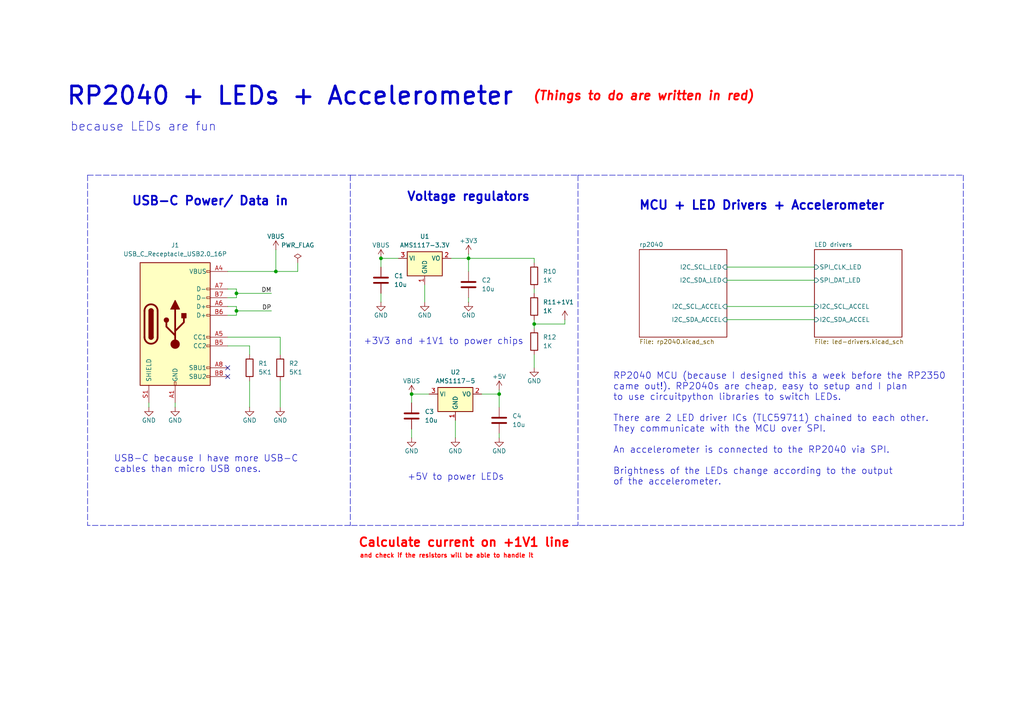
<source format=kicad_sch>
(kicad_sch (version 20231120) (generator "eeschema") (generator_version "8.0")
  (paper "A4")
  (lib_symbols
    (symbol "Connector:USB_C_Receptacle_USB2.0_16P" (pin_names (offset 1.016))
      (property "Reference" "J" (at 0 22.225 0))
      (property "Value" "USB_C_Receptacle_USB2.0_16P" (at 0 19.685 0))
      (symbol "USB_C_Receptacle_USB2.0_16P_0_0"
        (rectangle (start -0.254 -17.78) (end 0.254 -16.764))
        (rectangle (start 10.16 -14.986) (end 9.144 -15.494))
        (rectangle (start 10.16 -12.446) (end 9.144 -12.954))
        (rectangle (start 10.16 -6.096) (end 9.144 -6.604))
        (rectangle (start 10.16 -3.556) (end 9.144 -4.064))
        (rectangle (start 10.16 2.794) (end 9.144 2.286))
        (rectangle (start 10.16 5.334) (end 9.144 4.826))
        (rectangle (start 10.16 7.874) (end 9.144 7.366))
        (rectangle (start 10.16 10.414) (end 9.144 9.906))
        (rectangle (start 10.16 15.494) (end 9.144 14.986))
      )
      (symbol "USB_C_Receptacle_USB2.0_16P_0_1"
        (rectangle (start -10.16 17.78) (end 10.16 -17.78) (stroke (width 0.254)) (fill (type background)))
        (arc (start -8.89 -3.81) (mid -6.985 -5.7067) (end -5.08 -3.81) (stroke (width 0.508)))
        (arc (start -7.62 -3.81) (mid -6.985 -4.4423) (end -6.35 -3.81) (stroke (width 0.254)))
        (arc (start -7.62 -3.81) (mid -6.985 -4.4423) (end -6.35 -3.81) (stroke (width 0.254)) (fill (type outline)))
        (rectangle (start -7.62 -3.81) (end -6.35 3.81) (stroke (width 0.254)) (fill (type outline)))
        (arc (start -6.35 3.81) (mid -6.985 4.4423) (end -7.62 3.81) (stroke (width 0.254)))
        (arc (start -6.35 3.81) (mid -6.985 4.4423) (end -7.62 3.81) (stroke (width 0.254)) (fill (type outline)))
        (arc (start -5.08 3.81) (mid -6.985 5.7067) (end -8.89 3.81) (stroke (width 0.508)))
        (circle (center -2.54 1.143) (radius 0.635) (stroke (width 0.254)) (fill (type outline)))
        (circle (center 0 -5.842) (radius 1.27) (fill (type outline)))
        (polyline (pts (xy -8.89 -3.81) (xy -8.89 3.81)) (stroke (width 0.508)))
        (polyline (pts (xy -5.08 3.81) (xy -5.08 -3.81)) (stroke (width 0.508)))
        (polyline (pts (xy 0 -5.842) (xy 0 4.318)) (stroke (width 0.508)))
        (polyline (pts (xy 0 -3.302) (xy -2.54 -0.762) (xy -2.54 0.508)) (stroke (width 0.508)))
        (polyline (pts (xy 0 -2.032) (xy 2.54 0.508) (xy 2.54 1.778)) (stroke (width 0.508)))
        (polyline (pts (xy -1.27 4.318) (xy 0 6.858) (xy 1.27 4.318) (xy -1.27 4.318)) (stroke (width 0.254)) (fill (type outline)))
        (rectangle (start 1.905 1.778) (end 3.175 3.048) (stroke (width 0.254)) (fill (type outline)))
      )
      (symbol "USB_C_Receptacle_USB2.0_16P_1_1"
        (pin passive line (at 0 -22.86 90) (length 5.08) (name "GND") (number "A1"))
        (pin passive line (at 0 -22.86 90) (length 5.08) hide (name "GND") (number "A12"))
        (pin passive line (at 15.24 15.24 180) (length 5.08) (name "VBUS") (number "A4"))
        (pin bidirectional line (at 15.24 -3.81 180) (length 5.08) (name "CC1") (number "A5"))
        (pin bidirectional line (at 15.24 5.08 180) (length 5.08) (name "D+") (number "A6"))
        (pin bidirectional line (at 15.24 10.16 180) (length 5.08) (name "D-") (number "A7"))
        (pin bidirectional line (at 15.24 -12.7 180) (length 5.08) (name "SBU1") (number "A8"))
        (pin passive line (at 15.24 15.24 180) (length 5.08) hide (name "VBUS") (number "A9"))
        (pin passive line (at 0 -22.86 90) (length 5.08) hide (name "GND") (number "B1"))
        (pin passive line (at 0 -22.86 90) (length 5.08) hide (name "GND") (number "B12"))
        (pin passive line (at 15.24 15.24 180) (length 5.08) hide (name "VBUS") (number "B4"))
        (pin bidirectional line (at 15.24 -6.35 180) (length 5.08) (name "CC2") (number "B5"))
        (pin bidirectional line (at 15.24 2.54 180) (length 5.08) (name "D+") (number "B6"))
        (pin bidirectional line (at 15.24 7.62 180) (length 5.08) (name "D-") (number "B7"))
        (pin bidirectional line (at 15.24 -15.24 180) (length 5.08) (name "SBU2") (number "B8"))
        (pin passive line (at 15.24 15.24 180) (length 5.08) hide (name "VBUS") (number "B9"))
        (pin passive line (at -7.62 -22.86 90) (length 5.08) (name "SHIELD") (number "S1"))
      )
    )
    (symbol "Device:C" (pin_numbers hide) (pin_names (offset 0.254))
      (property "Reference" "C" (at 0.635 2.54 0))
      (property "Value" "10u" (at 0.635 -2.54 0))
      (symbol "C_0_1"
        (polyline (pts (xy -2.032 -0.762) (xy 2.032 -0.762)) (stroke (width 0.508)))
        (polyline (pts (xy -2.032 0.762) (xy 2.032 0.762)) (stroke (width 0.508)))
      )
      (symbol "C_1_1"
        (pin passive line (at 0 3.81 270) (length 2.794) (name "~") (number "1"))
        (pin passive line (at 0 -3.81 90) (length 2.794) (name "~") (number "2"))
      )
    )
    (symbol "jellybeans:C-0603-10u-25V" (pin_numbers hide) (pin_names (offset 0.254))
      (property "Reference" "C" (at 0.635 2.54 0))
      (property "Value" "10u" (at 0.635 -2.54 0))
      (symbol "C-0603-10u-25V_0_1"
        (polyline (pts (xy -2.032 -0.762) (xy 2.032 -0.762)) (stroke (width 0.508)))
        (polyline (pts (xy -2.032 0.762) (xy 2.032 0.762)) (stroke (width 0.508)))
      )
      (symbol "C-0603-10u-25V_1_1"
        (pin passive line (at 0 3.81 270) (length 2.794) (name "~") (number "1"))
        (pin passive line (at 0 -3.81 90) (length 2.794) (name "~") (number "2"))
      )
    )
    (symbol "jellybeans:R-0402-5K1" (pin_numbers hide) (pin_names (offset 0))
      (property "Reference" "R" (at 2.032 0 90))
      (property "Value" "5K1" (at 0 0 90))
      (symbol "R-0402-5K1_0_1"
        (rectangle (start -1.016 -2.54) (end 1.016 2.54) (stroke (width 0.254)))
      )
      (symbol "R-0402-5K1_1_1"
        (pin passive line (at 0 3.81 270) (length 1.27) (name "~") (number "1"))
        (pin passive line (at 0 -3.81 90) (length 1.27) (name "~") (number "2"))
      )
    )
    (symbol "jellybeans:R-0603-1K" (pin_numbers hide) (pin_names (offset 0))
      (property "Reference" "R" (at 2.286 1.524 0))
      (property "Value" "1K" (at 2.794 -1.524 0))
      (symbol "R-0603-1K_0_1"
        (rectangle (start -1.016 -2.54) (end 1.016 2.54) (stroke (width 0.254)))
      )
      (symbol "R-0603-1K_1_1"
        (pin passive line (at 0 3.81 270) (length 1.27) (name "~") (number "1"))
        (pin passive line (at 0 -3.81 90) (length 1.27) (name "~") (number "2"))
      )
    )
    (symbol "power:+1V1" (power) (pin_numbers hide) (pin_names (offset 0) hide)
      (property "Value" "+1V1" (at 0 3.556 0))
      (symbol "+1V1_0_1"
        (polyline (pts (xy -0.762 1.27) (xy 0 2.54)))
        (polyline (pts (xy 0 0) (xy 0 2.54)))
        (polyline (pts (xy 0 2.54) (xy 0.762 1.27)))
      )
      (symbol "+1V1_1_1"
        (pin power_in line (at 0 0 90) (length 0) (name "~") (number "1"))
      )
    )
    (symbol "power:+3V3" (power) (pin_numbers hide) (pin_names (offset 0) hide)
      (property "Value" "+3V3" (at 0 3.556 0))
      (symbol "+3V3_0_1"
        (polyline (pts (xy -0.762 1.27) (xy 0 2.54)))
        (polyline (pts (xy 0 0) (xy 0 2.54)))
        (polyline (pts (xy 0 2.54) (xy 0.762 1.27)))
      )
      (symbol "+3V3_1_1"
        (pin power_in line (at 0 0 90) (length 0) (name "~") (number "1"))
      )
    )
    (symbol "power:GND" (power) (pin_numbers hide) (pin_names (offset 0) hide)
      (property "Value" "GND" (at 0 -3.81 0))
      (symbol "GND_0_1"
        (polyline (pts (xy 0 0) (xy 0 -1.27) (xy 1.27 -1.27) (xy 0 -2.54) (xy -1.27 -1.27) (xy 0 -1.27)))
      )
      (symbol "GND_1_1"
        (pin power_in line (at 0 0 270) (length 0) (name "~") (number "1"))
      )
    )
    (symbol "power:PWR_FLAG" (power) (pin_numbers hide) (pin_names (offset 0) hide)
      (property "Value" "PWR_FLAG" (at 0 3.81 0))
      (symbol "PWR_FLAG_0_0"
        (pin power_out line (at 0 0 90) (length 0) (name "~") (number "1"))
      )
      (symbol "PWR_FLAG_0_1"
        (polyline (pts (xy 0 0) (xy 0 1.27) (xy -1.016 1.905) (xy 0 2.54) (xy 1.016 1.905) (xy 0 1.27)))
      )
    )
    (symbol "power:VBUS" (power) (pin_numbers hide) (pin_names (offset 0) hide)
      (property "Value" "VBUS" (at 0 3.556 0))
      (symbol "VBUS_0_1"
        (polyline (pts (xy -0.762 1.27) (xy 0 2.54)))
        (polyline (pts (xy 0 0) (xy 0 2.54)))
        (polyline (pts (xy 0 2.54) (xy 0.762 1.27)))
      )
      (symbol "VBUS_1_1"
        (pin power_in line (at 0 0 90) (length 0) (name "~") (number "1"))
      )
    )
    (symbol "suchi_chips:AMS1117-3.3V"
      (property "Reference" "U" (at 0 5.842 0))
      (property "Value" "AMS1117-3.3V" (at 0 0 0))
      (symbol "AMS1117-3.3V_0_1"
        (rectangle (start -5.08 4.445) (end 5.08 -2.54) (stroke (width 0.254)) (fill (type background)))
      )
      (symbol "AMS1117-3.3V_1_1"
        (pin power_in line (at 0 -5.08 90) (length 2.54) (name "GND") (number "1"))
        (pin power_out line (at 7.62 2.54 180) (length 2.54) (name "VO") (number "2"))
        (pin power_in line (at -7.62 2.54 0) (length 2.54) (name "VI") (number "3"))
      )
    )
    (symbol "suchi_chips:AMS1117-5V"
      (property "Reference" "U" (at 0 5.842 0))
      (property "Value" "AMS1117-5" (at 0 0 0))
      (symbol "AMS1117-5V_0_1"
        (rectangle (start -5.08 4.445) (end 5.08 -2.54) (stroke (width 0.254)) (fill (type background)))
      )
      (symbol "AMS1117-5V_1_1"
        (pin power_in line (at 0 -5.08 90) (length 2.54) (name "GND") (number "1"))
        (pin power_out line (at 7.62 2.54 180) (length 2.54) (name "VO") (number "2"))
        (pin power_in line (at -7.62 2.54 0) (length 2.54) (name "VI") (number "3"))
      )
    )
  )
  (junction (at 68.58 85.09))
  (junction (at 135.89 74.93))
  (junction (at 154.94 93.98))
  (junction (at 110.49 74.93))
  (junction (at 119.38 114.3))
  (junction (at 68.58 90.17))
  (junction (at 144.78 114.3))
  (junction (at 80.01 78.74))
  (no_connect (at 66.04 106.68))
  (no_connect (at 66.04 109.22))
  (wire (pts (xy 80.01 72.39) (xy 80.01 78.74)))
  (wire (pts (xy 68.58 85.09) (xy 68.58 86.36)))
  (wire (pts (xy 144.78 113.03) (xy 144.78 114.3)))
  (wire (pts (xy 139.7 114.3) (xy 144.78 114.3)))
  (wire (pts (xy 66.04 100.33) (xy 72.39 100.33)))
  (wire (pts (xy 81.28 110.49) (xy 81.28 118.11)))
  (wire (pts (xy 68.58 90.17) (xy 68.58 91.44)))
  (wire (pts (xy 124.46 114.3) (xy 119.38 114.3)))
  (wire (pts (xy 66.04 88.9) (xy 68.58 88.9)))
  (wire (pts (xy 66.04 78.74) (xy 80.01 78.74)))
  (wire (pts (xy 154.94 93.98) (xy 163.83 93.98)))
  (polyline (pts (xy 279.4 50.8) (xy 279.4 152.4)) (stroke (width 0) (type dash)))
  (wire (pts (xy 66.04 91.44) (xy 68.58 91.44)))
  (wire (pts (xy 72.39 110.49) (xy 72.39 118.11)))
  (wire (pts (xy 135.89 86.36) (xy 135.89 87.63)))
  (wire (pts (xy 119.38 124.46) (xy 119.38 127)))
  (wire (pts (xy 81.28 97.79) (xy 81.28 102.87)))
  (wire (pts (xy 66.04 83.82) (xy 68.58 83.82)))
  (wire (pts (xy 43.18 116.84) (xy 43.18 118.11)))
  (wire (pts (xy 119.38 114.3) (xy 119.38 116.84)))
  (wire (pts (xy 68.58 90.17) (xy 78.74 90.17)))
  (wire (pts (xy 154.94 92.71) (xy 154.94 93.98)))
  (polyline (pts (xy 167.64 152.4) (xy 101.6 152.4)) (stroke (width 0) (type dash)))
  (wire (pts (xy 154.94 74.93) (xy 154.94 76.2)))
  (wire (pts (xy 123.19 82.55) (xy 123.19 87.63)))
  (wire (pts (xy 68.58 85.09) (xy 78.74 85.09)))
  (wire (pts (xy 86.36 78.74) (xy 80.01 78.74)))
  (polyline (pts (xy 167.64 50.8) (xy 167.64 152.4)) (stroke (width 0) (type dash)))
  (wire (pts (xy 144.78 125.73) (xy 144.78 127)))
  (polyline (pts (xy 167.64 50.8) (xy 279.4 50.8)) (stroke (width 0) (type dash)))
  (wire (pts (xy 154.94 93.98) (xy 154.94 95.25)))
  (wire (pts (xy 135.89 73.66) (xy 135.89 74.93)))
  (wire (pts (xy 68.58 86.36) (xy 66.04 86.36)))
  (wire (pts (xy 72.39 100.33) (xy 72.39 102.87)))
  (wire (pts (xy 144.78 114.3) (xy 144.78 118.11)))
  (wire (pts (xy 132.08 121.92) (xy 132.08 127)))
  (wire (pts (xy 135.89 74.93) (xy 154.94 74.93)))
  (wire (pts (xy 50.8 116.84) (xy 50.8 118.11)))
  (wire (pts (xy 115.57 74.93) (xy 110.49 74.93)))
  (wire (pts (xy 135.89 74.93) (xy 135.89 78.74)))
  (polyline (pts (xy 101.6 50.8) (xy 101.6 152.4)) (stroke (width 0) (type dash)))
  (wire (pts (xy 130.81 74.93) (xy 135.89 74.93)))
  (wire (pts (xy 154.94 83.82) (xy 154.94 85.09)))
  (polyline (pts (xy 101.6 50.8) (xy 167.64 50.8)) (stroke (width 0) (type dash)))
  (wire (pts (xy 210.82 81.28) (xy 236.22 81.28)))
  (wire (pts (xy 68.58 88.9) (xy 68.58 90.17)))
  (wire (pts (xy 154.94 102.87) (xy 154.94 106.68)))
  (polyline (pts (xy 101.6 152.4) (xy 25.4 152.4)) (stroke (width 0) (type dash)))
  (polyline (pts (xy 279.4 152.4) (xy 167.64 152.4)) (stroke (width 0) (type dash)))
  (wire (pts (xy 163.83 92.71) (xy 163.83 93.98)))
  (wire (pts (xy 68.58 83.82) (xy 68.58 85.09)))
  (wire (pts (xy 210.82 92.71) (xy 236.22 92.71)))
  (wire (pts (xy 210.82 88.9) (xy 236.22 88.9)))
  (wire (pts (xy 86.36 76.2) (xy 86.36 78.74)))
  (wire (pts (xy 210.82 77.47) (xy 236.22 77.47)))
  (polyline (pts (xy 25.4 50.8) (xy 25.4 152.4)) (stroke (width 0) (type dash)))
  (wire (pts (xy 110.49 85.09) (xy 110.49 87.63)))
  (polyline (pts (xy 25.4 50.8) (xy 101.6 50.8)) (stroke (width 0) (type dash)))
  (wire (pts (xy 110.49 74.93) (xy 110.49 77.47)))
  (wire (pts (xy 66.04 97.79) (xy 81.28 97.79)))
  (text "+5V to power LEDs" (at 118.11 138.43 0) (effects (font (size 1.905 1.905)) (justify left)))
  (text "MCU + LED Drivers + Accelerometer" (at 220.98 59.69 0) (effects (font (size 2.54 2.54) (thickness 0.508) (bold yes))))
  (text "+3V3 and +1V1 to power chips" (at 105.41 99.06 0) (effects (font (size 1.905 1.905)) (justify left)))
  (text "(Things to do are written in red)" (at 186.69 27.94 0) (effects (font (size 2.54 2.54) (bold yes) (italic yes))))
  (text "RP2040 + LEDs + Accelerometer" (at 19.05 27.94 0) (effects (font (size 5.08 5.08) (thickness 0.762) (bold yes)) (justify left)))
  (text "USB-C Power/ Data in" (at 60.96 58.42 0) (effects (font (size 2.54 2.54) (thickness 0.508) (bold yes))))
  (text "Voltage regulators" (at 135.89 57.15 0) (effects (font (size 2.54 2.54) (thickness 0.508) (bold yes))))
  (text "RP2040 MCU (because I designed this a week before the RP2350\ncame out!). RP2040s are cheap, easy to setup and I plan\nto use circuitpython libraries to switch LEDs.\n\nThere are 2 LED driver ICs (TLC59711) chained to each other.\nThey communicate with the MCU over SPI.\n\nAn accelerometer is connected to the RP2040 via SPI.\n\nBrightness of the LEDs change according to the output\nof the accelerometer." (at 177.8 124.46 0) (effects (font (size 1.905 1.905)) (justify left)))
  (text "Calculate current on +1V1 line" (at 134.62 157.48 0) (effects (font (size 2.54 2.54) (bold yes))))
  (text "and check if the resistors will be able to handle it" (at 129.54 161.29 0) (effects (font (size 1.27 1.27) (bold yes))))
  (text "because LEDs are fun" (at 20.32 36.83 0) (effects (font (size 2.54 2.54)) (justify left)))
  (text "USB-C because I have more USB-C\ncables than micro USB ones." (at 33.02 134.62 0) (effects (font (size 1.905 1.905)) (justify left)))
  (label "DM" (at 78.74 85.09 180))
  (label "DP" (at 78.74 90.17 180))
  (symbol (lib_id "power:GND") (at 72.39 118.11 0) (unit 1)
    (property "Reference" "#PWR02" (effects (hide yes)))
    (property "Value" "GND" (at 72.39 121.92 0))
    (property "Description" "Power symbol creates a global label with name \"GND\" , ground" (effects (hide yes)))
  )
  (symbol (lib_id "power:GND") (at 119.38 127 0) (unit 1)
    (property "Reference" "#PWR012" (effects (hide yes)))
    (property "Value" "GND" (at 119.38 130.81 0))
    (property "Description" "Power symbol creates a global label with name \"GND\" , ground" (effects (hide yes)))
  )
  (symbol (lib_id "jellybeans:R-0603-1K") (at 154.94 88.9 0) (unit 1)
    (property "Reference" "R11" (at 157.48 87.6299 0) (effects (justify left)))
    (property "Value" "1K" (at 157.48 90.1699 0) (effects (justify left)))
    (property "Footprint" "Resistor_SMD:R_0603_1608Metric" (effects (hide yes)))
    (property "Description" "100mW Thick Film Resistors 75V ±1% ±200ppm/℃ 27Ω 0603 Chip Resistor - Surface Mount ROHS " (effects (hide yes)))
    (property "JLC" "C21190" (effects (hide yes)))
    (property "MFG" "UNI-ROYAL(Uniroyal Elec)" (effects (hide yes)))
    (property "MPN" "0603WAF1001T5E" (effects (hide yes)))
  )
  (symbol (lib_id "jellybeans:R-0402-5K1") (at 81.28 106.68 0) (unit 1)
    (property "Reference" "R2" (at 83.82 105.4099 0) (effects (justify left)))
    (property "Value" "5K1" (at 83.82 107.9499 0) (effects (justify left)))
    (property "Footprint" "Resistor_SMD:R_0603_1608Metric" (effects (hide yes)))
    (property "Description" "Resistor" (effects (hide yes)))
    (property "JLC" "C25197" (effects (hide yes)))
    (property "MFG" "UNI-ROYAL(Uniroyal Elec)" (effects (hide yes)))
    (property "MPN" "0603WAF510KT5E" (effects (hide yes)))
  )
  (symbol (lib_id "power:GND") (at 43.18 118.11 0) (unit 1)
    (property "Reference" "#PWR04" (effects (hide yes)))
    (property "Value" "GND" (at 43.18 121.92 0))
    (property "Description" "Power symbol creates a global label with name \"GND\" , ground" (effects (hide yes)))
  )
  (symbol (lib_id "Device:C") (at 135.89 82.55 0) (unit 1)
    (property "Reference" "C2" (at 139.7 81.2799 0) (effects (justify left)))
    (property "Value" "10u" (at 139.7 83.8199 0) (effects (justify left)))
    (property "Footprint" "Capacitor_SMD:C_0805_2012Metric" (effects (hide yes)))
    (property "Description" "25V 10uF X5R ±10% 0805 Multilayer Ceramic Capacitors MLCC - SMD/SMT ROHS " (effects (hide yes)))
    (property "MFG" "Samsung Electro-Mechanics " (effects (hide yes)))
    (property "MPN" "CL21A106KAYNNNE" (effects (hide yes)))
    (property "JLC" "C15850" (effects (hide yes)))
  )
  (symbol (lib_id "power:GND") (at 81.28 118.11 0) (unit 1)
    (property "Reference" "#PWR03" (effects (hide yes)))
    (property "Value" "GND" (at 81.28 121.92 0))
    (property "Description" "Power symbol creates a global label with name \"GND\" , ground" (effects (hide yes)))
  )
  (symbol (lib_id "power:VBUS") (at 80.01 72.39 0) (unit 1)
    (property "Reference" "#PWR05" (effects (hide yes)))
    (property "Value" "VBUS" (at 80.01 68.58 0))
    (property "Description" "Power symbol creates a global label with name \"VBUS\"" (effects (hide yes)))
  )
  (symbol (lib_id "power:GND") (at 123.19 87.63 0) (unit 1)
    (property "Reference" "#PWR07" (effects (hide yes)))
    (property "Value" "GND" (at 123.19 91.44 0))
    (property "Description" "Power symbol creates a global label with name \"GND\" , ground" (effects (hide yes)))
  )
  (symbol (lib_id "power:PWR_FLAG") (at 86.36 76.2 0) (unit 1)
    (property "Reference" "#FLG01" (effects (hide yes)))
    (property "Value" "PWR_FLAG" (at 86.36 71.12 0))
    (property "Description" "Special symbol for telling ERC where power comes from" (effects (hide yes)))
  )
  (symbol (lib_id "power:VBUS") (at 110.49 74.93 0) (unit 1)
    (property "Reference" "#PWR09" (effects (hide yes)))
    (property "Value" "VBUS" (at 110.49 71.12 0))
    (property "Description" "Power symbol creates a global label with name \"VBUS\"" (effects (hide yes)))
  )
  (symbol (lib_id "Device:C") (at 144.78 121.92 0) (unit 1)
    (property "Reference" "C4" (at 148.59 120.6499 0) (effects (justify left)))
    (property "Value" "10u" (at 148.59 123.1899 0) (effects (justify left)))
    (property "Footprint" "Capacitor_SMD:C_0805_2012Metric" (effects (hide yes)))
    (property "Description" "25V 10uF X5R ±10% 0805 Multilayer Ceramic Capacitors MLCC - SMD/SMT ROHS " (effects (hide yes)))
    (property "MFG" "Samsung Electro-Mechanics " (effects (hide yes)))
    (property "MPN" "CL21A106KAYNNNE" (effects (hide yes)))
    (property "JLC" "C15850" (effects (hide yes)))
  )
  (symbol (lib_id "power:VBUS") (at 119.38 114.3 0) (unit 1)
    (property "Reference" "#PWR011" (effects (hide yes)))
    (property "Value" "VBUS" (at 119.38 110.49 0))
    (property "Description" "Power symbol creates a global label with name \"VBUS\"" (effects (hide yes)))
  )
  (symbol (lib_id "power:GND") (at 50.8 118.11 0) (unit 1)
    (property "Reference" "#PWR01" (effects (hide yes)))
    (property "Value" "GND" (at 50.8 121.92 0))
    (property "Description" "Power symbol creates a global label with name \"GND\" , ground" (effects (hide yes)))
  )
  (symbol (lib_id "jellybeans:C-0603-10u-25V") (at 110.49 81.28 0) (unit 1)
    (property "Reference" "C1" (at 114.3 80.0099 0) (effects (justify left)))
    (property "Value" "10u" (at 114.3 82.5499 0) (effects (justify left)))
    (property "Footprint" "Capacitor_SMD:C_0603_1608Metric" (effects (hide yes)))
    (property "Description" "25V 10uF X5R ±20% 0603 Multilayer Ceramic Capacitors MLCC - SMD/SMT ROHS" (effects (hide yes)))
    (property "MFG" "FH (Guangdong Fenghua Advanced Tech) " (effects (hide yes)))
    (property "MPN" "0603X106M250NT" (effects (hide yes)))
    (property "JLC" "C479655" (effects (hide yes)))
  )
  (symbol (lib_id "suchi_chips:AMS1117-5V") (at 132.08 116.84 0) (unit 1)
    (property "Reference" "U2" (at 132.08 107.95 0))
    (property "Value" "AMS1117-5" (at 132.08 110.49 0))
    (property "Footprint" "Package_TO_SOT_SMD:SOT-223-3_TabPin2" (effects (hide yes)))
    (property "Datasheet" "http://www.advanced-monolithic.com/pdf/ds1117.pdf" (effects (hide yes)))
    (property "Description" "68dB@(120Hz) 1A Fixed 5V Positive electrode 12V SOT-223 Voltage Regulators - Linear, Low Drop Out (LDO) Regulators ROHS" (effects (hide yes)))
    (property "MFG" "Advanced Monolithic Systems " (effects (hide yes)))
    (property "MPN" "AMS1117-5.0 " (effects (hide yes)))
    (property "JLC" "C6187" (effects (hide yes)))
  )
  (symbol (lib_id "power:GND") (at 144.78 127 0) (unit 1)
    (property "Reference" "#PWR015" (effects (hide yes)))
    (property "Value" "GND" (at 144.78 130.81 0))
    (property "Description" "Power symbol creates a global label with name \"GND\" , ground" (effects (hide yes)))
  )
  (symbol (lib_id "Connector:USB_C_Receptacle_USB2.0_16P") (at 50.8 93.98 0) (unit 1)
    (property "Reference" "J1" (at 50.8 71.12 0))
    (property "Value" "USB_C_Receptacle_USB2.0_16P" (at 50.8 73.66 0))
    (property "Datasheet" "https://www.usb.org/sites/default/files/documents/usb_type-c.zip" (effects (hide yes)))
    (property "Description" "USB 2.0-only 16P Type-C Receptacle connector" (effects (hide yes)))
    (property "MFG" "SHOU HAN " (effects (hide yes)))
    (property "MPN" "TYPE-C16PIN " (effects (hide yes)))
    (property "JLC" "C393939" (effects (hide yes)))
  )
  (symbol (lib_id "power:+3V3") (at 144.78 113.03 0) (unit 1)
    (property "Reference" "#PWR014" (effects (hide yes)))
    (property "Value" "+5V" (at 144.78 109.22 0))
    (property "Description" "Power symbol creates a global label with name \"+3V3\"" (effects (hide yes)))
  )
  (symbol (lib_id "jellybeans:R-0603-1K") (at 154.94 99.06 0) (unit 1)
    (property "Reference" "R12" (at 157.48 97.7899 0) (effects (justify left)))
    (property "Value" "1K" (at 157.48 100.3299 0) (effects (justify left)))
    (property "Footprint" "Resistor_SMD:R_0603_1608Metric" (effects (hide yes)))
    (property "Description" "100mW Thick Film Resistors 75V ±1% ±200ppm/℃ 27Ω 0603 Chip Resistor - Surface Mount ROHS " (effects (hide yes)))
    (property "JLC" "C21190" (effects (hide yes)))
    (property "MFG" "UNI-ROYAL(Uniroyal Elec)" (effects (hide yes)))
    (property "MPN" "0603WAF1001T5E" (effects (hide yes)))
  )
  (symbol (lib_id "power:+1V1") (at 163.83 92.71 0) (unit 1)
    (property "Reference" "#PWR056" (effects (hide yes)))
    (property "Value" "+1V1" (at 163.83 87.63 0))
    (property "Description" "Power symbol creates a global label with name \"+1V1\"" (effects (hide yes)))
  )
  (symbol (lib_id "suchi_chips:AMS1117-3.3V") (at 123.19 77.47 0) (unit 1)
    (property "Reference" "U1" (at 123.19 68.58 0))
    (property "Value" "AMS1117-3.3V" (at 123.19 71.12 0))
    (property "Footprint" "Package_TO_SOT_SMD:SOT-223-3_TabPin2" (effects (hide yes)))
    (property "Description" "72dB@(120Hz) 1A Fixed 3.3V Positive electrode SOT-223 Voltage Regulators - Linear, Low Drop Out (LDO) Regulators ROHS" (effects (hide yes)))
    (property "MFG" "Advanced Monolithic Systems " (effects (hide yes)))
    (property "MPN" "AMS1117-3.3 " (effects (hide yes)))
    (property "JLC" "C6186" (effects (hide yes)))
  )
  (symbol (lib_id "power:GND") (at 135.89 87.63 0) (unit 1)
    (property "Reference" "#PWR08" (effects (hide yes)))
    (property "Value" "GND" (at 135.89 91.44 0))
    (property "Description" "Power symbol creates a global label with name \"GND\" , ground" (effects (hide yes)))
  )
  (symbol (lib_id "jellybeans:R-0603-1K") (at 154.94 80.01 0) (unit 1)
    (property "Reference" "R10" (at 157.48 78.7399 0) (effects (justify left)))
    (property "Value" "1K" (at 157.48 81.2799 0) (effects (justify left)))
    (property "Footprint" "Resistor_SMD:R_0603_1608Metric" (effects (hide yes)))
    (property "Description" "100mW Thick Film Resistors 75V ±1% ±200ppm/℃ 27Ω 0603 Chip Resistor - Surface Mount ROHS " (effects (hide yes)))
    (property "JLC" "C21190" (effects (hide yes)))
    (property "MFG" "UNI-ROYAL(Uniroyal Elec)" (effects (hide yes)))
    (property "MPN" "0603WAF1001T5E" (effects (hide yes)))
  )
  (symbol (lib_id "power:GND") (at 132.08 127 0) (unit 1)
    (property "Reference" "#PWR013" (effects (hide yes)))
    (property "Value" "GND" (at 132.08 130.81 0))
    (property "Description" "Power symbol creates a global label with name \"GND\" , ground" (effects (hide yes)))
  )
  (symbol (lib_id "jellybeans:C-0603-10u-25V") (at 119.38 120.65 0) (unit 1)
    (property "Reference" "C3" (at 123.19 119.3799 0) (effects (justify left)))
    (property "Value" "10u" (at 123.19 121.9199 0) (effects (justify left)))
    (property "Footprint" "Capacitor_SMD:C_0603_1608Metric" (effects (hide yes)))
    (property "Description" "25V 10uF X5R ±20% 0603 Multilayer Ceramic Capacitors MLCC - SMD/SMT ROHS" (effects (hide yes)))
    (property "MFG" "FH (Guangdong Fenghua Advanced Tech) " (effects (hide yes)))
    (property "MPN" "0603X106M250NT" (effects (hide yes)))
    (property "JLC" "C479655" (effects (hide yes)))
  )
  (symbol (lib_id "power:+3V3") (at 135.89 73.66 0) (unit 1)
    (property "Reference" "#PWR010" (effects (hide yes)))
    (property "Value" "+3V3" (at 135.89 69.85 0))
    (property "Description" "Power symbol creates a global label with name \"+3V3\"" (effects (hide yes)))
  )
  (symbol (lib_id "jellybeans:R-0402-5K1") (at 72.39 106.68 0) (unit 1)
    (property "Reference" "R1" (at 74.93 105.4099 0) (effects (justify left)))
    (property "Value" "5K1" (at 74.93 107.9499 0) (effects (justify left)))
    (property "Footprint" "Resistor_SMD:R_0201_0603Metric" (effects (hide yes)))
    (property "Description" "Resistor" (effects (hide yes)))
    (property "JLC" "C25197" (effects (hide yes)))
    (property "MFG" "UNI-ROYAL(Uniroyal Elec)" (effects (hide yes)))
    (property "MPN" "0603WAF510KT5E" (effects (hide yes)))
  )
  (symbol (lib_id "power:GND") (at 110.49 87.63 0) (unit 1)
    (property "Reference" "#PWR06" (effects (hide yes)))
    (property "Value" "GND" (at 110.49 91.44 0))
    (property "Description" "Power symbol creates a global label with name \"GND\" , ground" (effects (hide yes)))
  )
  (symbol (lib_id "power:GND") (at 154.94 106.68 0) (unit 1)
    (property "Reference" "#PWR055" (effects (hide yes)))
    (property "Value" "GND" (at 154.94 110.49 0))
    (property "Description" "Power symbol creates a global label with name \"GND\" , ground" (effects (hide yes)))
  )
  (sheet (at 185.42 72.39) (size 25.4 25.4) (stroke (width 0.1524))
    (property "Sheetname" "rp2040" (at 185.42 71.6784 0) (effects (justify left bottom)))
    (property "Sheetfile" "rp2040.kicad_sch" (at 185.42 98.3746 0) (effects (justify left top)))
    (pin "I2C_SCL_LED" input (at 210.82 77.47 0))
    (pin "I2C_SCL_ACCEL" input (at 210.82 88.9 0))
    (pin "I2C_SDA_ACCEL" input (at 210.82 92.71 0))
    (pin "I2C_SDA_LED" input (at 210.82 81.28 0))
  )
  (sheet (at 236.22 72.39) (size 25.4 25.4) (stroke (width 0.1524))
    (property "Sheetname" "LED drivers" (at 236.22 71.6784 0) (effects (justify left bottom)))
    (property "Sheetfile" "led-drivers.kicad_sch" (at 236.22 98.3746 0) (effects (justify left top)))
    (pin "SPI_CLK_LED" input (at 236.22 77.47 180))
    (pin "SPI_DAT_LED" input (at 236.22 81.28 180))
    (pin "I2C_SCL_ACCEL" input (at 236.22 88.9 180))
    (pin "I2C_SDA_ACCEL" input (at 236.22 92.71 180))
  )
)
</source>
